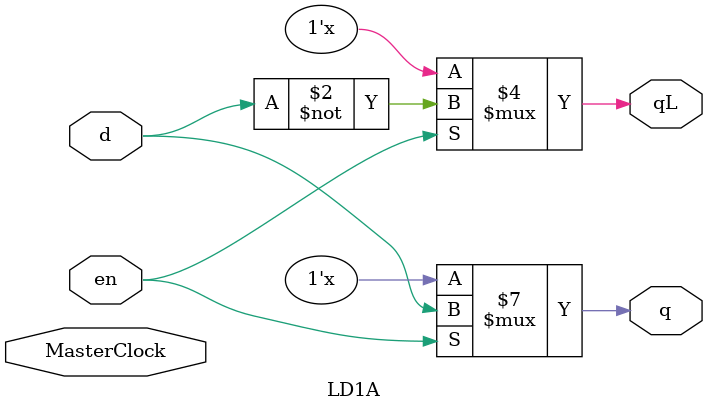
<source format=sv>
/* transparent latch - active high? */

module LD1A
(
    input MasterClock,
    input d,
    input en,
    output reg q,
    output reg qL
);

`ifdef USE_MCLOCK_TIME_LATCH

always @(posedge MasterClock)
begin
    if (en)
    begin
        q<=d;
        qL<=~d;
    end
end

`else

always @(en or d)
begin
    if (en)
    begin
        q=d;
        qL=~d;
    end
end

`endif

endmodule
</source>
